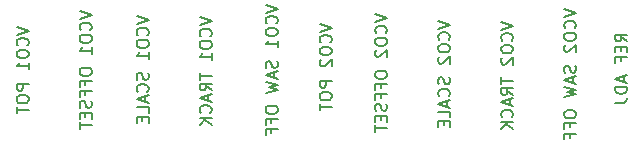
<source format=gbo>
G04 #@! TF.GenerationSoftware,KiCad,Pcbnew,(5.0.1)-3*
G04 #@! TF.CreationDate,2018-11-05T11:47:56-08:00*
G04 #@! TF.ProjectId,100-1059D_Cheezy,3130302D31303539445F436865657A79,rev?*
G04 #@! TF.SameCoordinates,Original*
G04 #@! TF.FileFunction,Legend,Bot*
G04 #@! TF.FilePolarity,Positive*
%FSLAX46Y46*%
G04 Gerber Fmt 4.6, Leading zero omitted, Abs format (unit mm)*
G04 Created by KiCad (PCBNEW (5.0.1)-3) date 11/5/2018 11:47:56 AM*
%MOMM*%
%LPD*%
G01*
G04 APERTURE LIST*
%ADD10C,0.203200*%
%ADD11C,0.190500*%
G04 APERTURE END LIST*
D10*
X124157619Y-81286047D02*
X125173619Y-81624714D01*
X124157619Y-81963380D01*
X125076857Y-82882619D02*
X125125238Y-82834238D01*
X125173619Y-82689095D01*
X125173619Y-82592333D01*
X125125238Y-82447190D01*
X125028476Y-82350428D01*
X124931714Y-82302047D01*
X124738190Y-82253666D01*
X124593047Y-82253666D01*
X124399523Y-82302047D01*
X124302761Y-82350428D01*
X124206000Y-82447190D01*
X124157619Y-82592333D01*
X124157619Y-82689095D01*
X124206000Y-82834238D01*
X124254380Y-82882619D01*
X124157619Y-83511571D02*
X124157619Y-83705095D01*
X124206000Y-83801857D01*
X124302761Y-83898619D01*
X124496285Y-83947000D01*
X124834952Y-83947000D01*
X125028476Y-83898619D01*
X125125238Y-83801857D01*
X125173619Y-83705095D01*
X125173619Y-83511571D01*
X125125238Y-83414809D01*
X125028476Y-83318047D01*
X124834952Y-83269666D01*
X124496285Y-83269666D01*
X124302761Y-83318047D01*
X124206000Y-83414809D01*
X124157619Y-83511571D01*
X125173619Y-84914619D02*
X125173619Y-84334047D01*
X125173619Y-84624333D02*
X124157619Y-84624333D01*
X124302761Y-84527571D01*
X124399523Y-84430809D01*
X124447904Y-84334047D01*
X125173619Y-86124142D02*
X124157619Y-86124142D01*
X124157619Y-86511190D01*
X124206000Y-86607952D01*
X124254380Y-86656333D01*
X124351142Y-86704714D01*
X124496285Y-86704714D01*
X124593047Y-86656333D01*
X124641428Y-86607952D01*
X124689809Y-86511190D01*
X124689809Y-86124142D01*
X124157619Y-87333666D02*
X124157619Y-87527190D01*
X124206000Y-87623952D01*
X124302761Y-87720714D01*
X124496285Y-87769095D01*
X124834952Y-87769095D01*
X125028476Y-87720714D01*
X125125238Y-87623952D01*
X125173619Y-87527190D01*
X125173619Y-87333666D01*
X125125238Y-87236904D01*
X125028476Y-87140142D01*
X124834952Y-87091761D01*
X124496285Y-87091761D01*
X124302761Y-87140142D01*
X124206000Y-87236904D01*
X124157619Y-87333666D01*
X124157619Y-88059380D02*
X124157619Y-88639952D01*
X125173619Y-88349666D02*
X124157619Y-88349666D01*
X175846619Y-82537904D02*
X175362809Y-82199238D01*
X175846619Y-81957333D02*
X174830619Y-81957333D01*
X174830619Y-82344380D01*
X174879000Y-82441142D01*
X174927380Y-82489523D01*
X175024142Y-82537904D01*
X175169285Y-82537904D01*
X175266047Y-82489523D01*
X175314428Y-82441142D01*
X175362809Y-82344380D01*
X175362809Y-81957333D01*
X175314428Y-82973333D02*
X175314428Y-83312000D01*
X175846619Y-83457142D02*
X175846619Y-82973333D01*
X174830619Y-82973333D01*
X174830619Y-83457142D01*
X175314428Y-84231238D02*
X175314428Y-83892571D01*
X175846619Y-83892571D02*
X174830619Y-83892571D01*
X174830619Y-84376380D01*
X175556333Y-85489142D02*
X175556333Y-85972952D01*
X175846619Y-85392380D02*
X174830619Y-85731047D01*
X175846619Y-86069714D01*
X175846619Y-86408380D02*
X174830619Y-86408380D01*
X174830619Y-86650285D01*
X174879000Y-86795428D01*
X174975761Y-86892190D01*
X175072523Y-86940571D01*
X175266047Y-86988952D01*
X175411190Y-86988952D01*
X175604714Y-86940571D01*
X175701476Y-86892190D01*
X175798238Y-86795428D01*
X175846619Y-86650285D01*
X175846619Y-86408380D01*
X174830619Y-87714666D02*
X175556333Y-87714666D01*
X175701476Y-87666285D01*
X175798238Y-87569523D01*
X175846619Y-87424380D01*
X175846619Y-87327619D01*
X170512619Y-79804380D02*
X171528619Y-80143047D01*
X170512619Y-80481714D01*
X171431857Y-81400952D02*
X171480238Y-81352571D01*
X171528619Y-81207428D01*
X171528619Y-81110666D01*
X171480238Y-80965523D01*
X171383476Y-80868761D01*
X171286714Y-80820380D01*
X171093190Y-80772000D01*
X170948047Y-80772000D01*
X170754523Y-80820380D01*
X170657761Y-80868761D01*
X170561000Y-80965523D01*
X170512619Y-81110666D01*
X170512619Y-81207428D01*
X170561000Y-81352571D01*
X170609380Y-81400952D01*
X170512619Y-82029904D02*
X170512619Y-82223428D01*
X170561000Y-82320190D01*
X170657761Y-82416952D01*
X170851285Y-82465333D01*
X171189952Y-82465333D01*
X171383476Y-82416952D01*
X171480238Y-82320190D01*
X171528619Y-82223428D01*
X171528619Y-82029904D01*
X171480238Y-81933142D01*
X171383476Y-81836380D01*
X171189952Y-81788000D01*
X170851285Y-81788000D01*
X170657761Y-81836380D01*
X170561000Y-81933142D01*
X170512619Y-82029904D01*
X170609380Y-82852380D02*
X170561000Y-82900761D01*
X170512619Y-82997523D01*
X170512619Y-83239428D01*
X170561000Y-83336190D01*
X170609380Y-83384571D01*
X170706142Y-83432952D01*
X170802904Y-83432952D01*
X170948047Y-83384571D01*
X171528619Y-82804000D01*
X171528619Y-83432952D01*
X171480238Y-84594095D02*
X171528619Y-84739238D01*
X171528619Y-84981142D01*
X171480238Y-85077904D01*
X171431857Y-85126285D01*
X171335095Y-85174666D01*
X171238333Y-85174666D01*
X171141571Y-85126285D01*
X171093190Y-85077904D01*
X171044809Y-84981142D01*
X170996428Y-84787619D01*
X170948047Y-84690857D01*
X170899666Y-84642476D01*
X170802904Y-84594095D01*
X170706142Y-84594095D01*
X170609380Y-84642476D01*
X170561000Y-84690857D01*
X170512619Y-84787619D01*
X170512619Y-85029523D01*
X170561000Y-85174666D01*
X171238333Y-85561714D02*
X171238333Y-86045523D01*
X171528619Y-85464952D02*
X170512619Y-85803619D01*
X171528619Y-86142285D01*
X170512619Y-86384190D02*
X171528619Y-86626095D01*
X170802904Y-86819619D01*
X171528619Y-87013142D01*
X170512619Y-87255047D01*
X170512619Y-88609714D02*
X170512619Y-88803238D01*
X170561000Y-88900000D01*
X170657761Y-88996761D01*
X170851285Y-89045142D01*
X171189952Y-89045142D01*
X171383476Y-88996761D01*
X171480238Y-88900000D01*
X171528619Y-88803238D01*
X171528619Y-88609714D01*
X171480238Y-88512952D01*
X171383476Y-88416190D01*
X171189952Y-88367809D01*
X170851285Y-88367809D01*
X170657761Y-88416190D01*
X170561000Y-88512952D01*
X170512619Y-88609714D01*
X170996428Y-89819238D02*
X170996428Y-89480571D01*
X171528619Y-89480571D02*
X170512619Y-89480571D01*
X170512619Y-89964380D01*
X170996428Y-90690095D02*
X170996428Y-90351428D01*
X171528619Y-90351428D02*
X170512619Y-90351428D01*
X170512619Y-90835238D01*
X165178619Y-80874809D02*
X166194619Y-81213476D01*
X165178619Y-81552142D01*
X166097857Y-82471380D02*
X166146238Y-82423000D01*
X166194619Y-82277857D01*
X166194619Y-82181095D01*
X166146238Y-82035952D01*
X166049476Y-81939190D01*
X165952714Y-81890809D01*
X165759190Y-81842428D01*
X165614047Y-81842428D01*
X165420523Y-81890809D01*
X165323761Y-81939190D01*
X165227000Y-82035952D01*
X165178619Y-82181095D01*
X165178619Y-82277857D01*
X165227000Y-82423000D01*
X165275380Y-82471380D01*
X165178619Y-83100333D02*
X165178619Y-83293857D01*
X165227000Y-83390619D01*
X165323761Y-83487380D01*
X165517285Y-83535761D01*
X165855952Y-83535761D01*
X166049476Y-83487380D01*
X166146238Y-83390619D01*
X166194619Y-83293857D01*
X166194619Y-83100333D01*
X166146238Y-83003571D01*
X166049476Y-82906809D01*
X165855952Y-82858428D01*
X165517285Y-82858428D01*
X165323761Y-82906809D01*
X165227000Y-83003571D01*
X165178619Y-83100333D01*
X165275380Y-83922809D02*
X165227000Y-83971190D01*
X165178619Y-84067952D01*
X165178619Y-84309857D01*
X165227000Y-84406619D01*
X165275380Y-84455000D01*
X165372142Y-84503380D01*
X165468904Y-84503380D01*
X165614047Y-84455000D01*
X166194619Y-83874428D01*
X166194619Y-84503380D01*
X165178619Y-85567761D02*
X165178619Y-86148333D01*
X166194619Y-85858047D02*
X165178619Y-85858047D01*
X166194619Y-87067571D02*
X165710809Y-86728904D01*
X166194619Y-86487000D02*
X165178619Y-86487000D01*
X165178619Y-86874047D01*
X165227000Y-86970809D01*
X165275380Y-87019190D01*
X165372142Y-87067571D01*
X165517285Y-87067571D01*
X165614047Y-87019190D01*
X165662428Y-86970809D01*
X165710809Y-86874047D01*
X165710809Y-86487000D01*
X165904333Y-87454619D02*
X165904333Y-87938428D01*
X166194619Y-87357857D02*
X165178619Y-87696523D01*
X166194619Y-88035190D01*
X166097857Y-88954428D02*
X166146238Y-88906047D01*
X166194619Y-88760904D01*
X166194619Y-88664142D01*
X166146238Y-88519000D01*
X166049476Y-88422238D01*
X165952714Y-88373857D01*
X165759190Y-88325476D01*
X165614047Y-88325476D01*
X165420523Y-88373857D01*
X165323761Y-88422238D01*
X165227000Y-88519000D01*
X165178619Y-88664142D01*
X165178619Y-88760904D01*
X165227000Y-88906047D01*
X165275380Y-88954428D01*
X166194619Y-89389857D02*
X165178619Y-89389857D01*
X166194619Y-89970428D02*
X165614047Y-89535000D01*
X165178619Y-89970428D02*
X165759190Y-89389857D01*
X159844619Y-80796190D02*
X160860619Y-81134857D01*
X159844619Y-81473523D01*
X160763857Y-82392761D02*
X160812238Y-82344380D01*
X160860619Y-82199238D01*
X160860619Y-82102476D01*
X160812238Y-81957333D01*
X160715476Y-81860571D01*
X160618714Y-81812190D01*
X160425190Y-81763809D01*
X160280047Y-81763809D01*
X160086523Y-81812190D01*
X159989761Y-81860571D01*
X159893000Y-81957333D01*
X159844619Y-82102476D01*
X159844619Y-82199238D01*
X159893000Y-82344380D01*
X159941380Y-82392761D01*
X159844619Y-83021714D02*
X159844619Y-83215238D01*
X159893000Y-83312000D01*
X159989761Y-83408761D01*
X160183285Y-83457142D01*
X160521952Y-83457142D01*
X160715476Y-83408761D01*
X160812238Y-83312000D01*
X160860619Y-83215238D01*
X160860619Y-83021714D01*
X160812238Y-82924952D01*
X160715476Y-82828190D01*
X160521952Y-82779809D01*
X160183285Y-82779809D01*
X159989761Y-82828190D01*
X159893000Y-82924952D01*
X159844619Y-83021714D01*
X159941380Y-83844190D02*
X159893000Y-83892571D01*
X159844619Y-83989333D01*
X159844619Y-84231238D01*
X159893000Y-84328000D01*
X159941380Y-84376380D01*
X160038142Y-84424761D01*
X160134904Y-84424761D01*
X160280047Y-84376380D01*
X160860619Y-83795809D01*
X160860619Y-84424761D01*
X160812238Y-85585904D02*
X160860619Y-85731047D01*
X160860619Y-85972952D01*
X160812238Y-86069714D01*
X160763857Y-86118095D01*
X160667095Y-86166476D01*
X160570333Y-86166476D01*
X160473571Y-86118095D01*
X160425190Y-86069714D01*
X160376809Y-85972952D01*
X160328428Y-85779428D01*
X160280047Y-85682666D01*
X160231666Y-85634285D01*
X160134904Y-85585904D01*
X160038142Y-85585904D01*
X159941380Y-85634285D01*
X159893000Y-85682666D01*
X159844619Y-85779428D01*
X159844619Y-86021333D01*
X159893000Y-86166476D01*
X160763857Y-87182476D02*
X160812238Y-87134095D01*
X160860619Y-86988952D01*
X160860619Y-86892190D01*
X160812238Y-86747047D01*
X160715476Y-86650285D01*
X160618714Y-86601904D01*
X160425190Y-86553523D01*
X160280047Y-86553523D01*
X160086523Y-86601904D01*
X159989761Y-86650285D01*
X159893000Y-86747047D01*
X159844619Y-86892190D01*
X159844619Y-86988952D01*
X159893000Y-87134095D01*
X159941380Y-87182476D01*
X160570333Y-87569523D02*
X160570333Y-88053333D01*
X160860619Y-87472761D02*
X159844619Y-87811428D01*
X160860619Y-88150095D01*
X160860619Y-88972571D02*
X160860619Y-88488761D01*
X159844619Y-88488761D01*
X160328428Y-89311238D02*
X160328428Y-89649904D01*
X160860619Y-89795047D02*
X160860619Y-89311238D01*
X159844619Y-89311238D01*
X159844619Y-89795047D01*
X154510619Y-80233761D02*
X155526619Y-80572428D01*
X154510619Y-80911095D01*
X155429857Y-81830333D02*
X155478238Y-81781952D01*
X155526619Y-81636809D01*
X155526619Y-81540047D01*
X155478238Y-81394904D01*
X155381476Y-81298142D01*
X155284714Y-81249761D01*
X155091190Y-81201380D01*
X154946047Y-81201380D01*
X154752523Y-81249761D01*
X154655761Y-81298142D01*
X154559000Y-81394904D01*
X154510619Y-81540047D01*
X154510619Y-81636809D01*
X154559000Y-81781952D01*
X154607380Y-81830333D01*
X154510619Y-82459285D02*
X154510619Y-82652809D01*
X154559000Y-82749571D01*
X154655761Y-82846333D01*
X154849285Y-82894714D01*
X155187952Y-82894714D01*
X155381476Y-82846333D01*
X155478238Y-82749571D01*
X155526619Y-82652809D01*
X155526619Y-82459285D01*
X155478238Y-82362523D01*
X155381476Y-82265761D01*
X155187952Y-82217380D01*
X154849285Y-82217380D01*
X154655761Y-82265761D01*
X154559000Y-82362523D01*
X154510619Y-82459285D01*
X154607380Y-83281761D02*
X154559000Y-83330142D01*
X154510619Y-83426904D01*
X154510619Y-83668809D01*
X154559000Y-83765571D01*
X154607380Y-83813952D01*
X154704142Y-83862333D01*
X154800904Y-83862333D01*
X154946047Y-83813952D01*
X155526619Y-83233380D01*
X155526619Y-83862333D01*
X154510619Y-85265380D02*
X154510619Y-85458904D01*
X154559000Y-85555666D01*
X154655761Y-85652428D01*
X154849285Y-85700809D01*
X155187952Y-85700809D01*
X155381476Y-85652428D01*
X155478238Y-85555666D01*
X155526619Y-85458904D01*
X155526619Y-85265380D01*
X155478238Y-85168619D01*
X155381476Y-85071857D01*
X155187952Y-85023476D01*
X154849285Y-85023476D01*
X154655761Y-85071857D01*
X154559000Y-85168619D01*
X154510619Y-85265380D01*
X154994428Y-86474904D02*
X154994428Y-86136238D01*
X155526619Y-86136238D02*
X154510619Y-86136238D01*
X154510619Y-86620047D01*
X154994428Y-87345761D02*
X154994428Y-87007095D01*
X155526619Y-87007095D02*
X154510619Y-87007095D01*
X154510619Y-87490904D01*
X155478238Y-87829571D02*
X155526619Y-87974714D01*
X155526619Y-88216619D01*
X155478238Y-88313380D01*
X155429857Y-88361761D01*
X155333095Y-88410142D01*
X155236333Y-88410142D01*
X155139571Y-88361761D01*
X155091190Y-88313380D01*
X155042809Y-88216619D01*
X154994428Y-88023095D01*
X154946047Y-87926333D01*
X154897666Y-87877952D01*
X154800904Y-87829571D01*
X154704142Y-87829571D01*
X154607380Y-87877952D01*
X154559000Y-87926333D01*
X154510619Y-88023095D01*
X154510619Y-88265000D01*
X154559000Y-88410142D01*
X154994428Y-88845571D02*
X154994428Y-89184238D01*
X155526619Y-89329380D02*
X155526619Y-88845571D01*
X154510619Y-88845571D01*
X154510619Y-89329380D01*
X154510619Y-89619666D02*
X154510619Y-90200238D01*
X155526619Y-89909952D02*
X154510619Y-89909952D01*
X149811619Y-81032047D02*
X150827619Y-81370714D01*
X149811619Y-81709380D01*
X150730857Y-82628619D02*
X150779238Y-82580238D01*
X150827619Y-82435095D01*
X150827619Y-82338333D01*
X150779238Y-82193190D01*
X150682476Y-82096428D01*
X150585714Y-82048047D01*
X150392190Y-81999666D01*
X150247047Y-81999666D01*
X150053523Y-82048047D01*
X149956761Y-82096428D01*
X149860000Y-82193190D01*
X149811619Y-82338333D01*
X149811619Y-82435095D01*
X149860000Y-82580238D01*
X149908380Y-82628619D01*
X149811619Y-83257571D02*
X149811619Y-83451095D01*
X149860000Y-83547857D01*
X149956761Y-83644619D01*
X150150285Y-83693000D01*
X150488952Y-83693000D01*
X150682476Y-83644619D01*
X150779238Y-83547857D01*
X150827619Y-83451095D01*
X150827619Y-83257571D01*
X150779238Y-83160809D01*
X150682476Y-83064047D01*
X150488952Y-83015666D01*
X150150285Y-83015666D01*
X149956761Y-83064047D01*
X149860000Y-83160809D01*
X149811619Y-83257571D01*
X149908380Y-84080047D02*
X149860000Y-84128428D01*
X149811619Y-84225190D01*
X149811619Y-84467095D01*
X149860000Y-84563857D01*
X149908380Y-84612238D01*
X150005142Y-84660619D01*
X150101904Y-84660619D01*
X150247047Y-84612238D01*
X150827619Y-84031666D01*
X150827619Y-84660619D01*
X150827619Y-85870142D02*
X149811619Y-85870142D01*
X149811619Y-86257190D01*
X149860000Y-86353952D01*
X149908380Y-86402333D01*
X150005142Y-86450714D01*
X150150285Y-86450714D01*
X150247047Y-86402333D01*
X150295428Y-86353952D01*
X150343809Y-86257190D01*
X150343809Y-85870142D01*
X149811619Y-87079666D02*
X149811619Y-87273190D01*
X149860000Y-87369952D01*
X149956761Y-87466714D01*
X150150285Y-87515095D01*
X150488952Y-87515095D01*
X150682476Y-87466714D01*
X150779238Y-87369952D01*
X150827619Y-87273190D01*
X150827619Y-87079666D01*
X150779238Y-86982904D01*
X150682476Y-86886142D01*
X150488952Y-86837761D01*
X150150285Y-86837761D01*
X149956761Y-86886142D01*
X149860000Y-86982904D01*
X149811619Y-87079666D01*
X149811619Y-87805380D02*
X149811619Y-88385952D01*
X150827619Y-88095666D02*
X149811619Y-88095666D01*
X145239619Y-79423380D02*
X146255619Y-79762047D01*
X145239619Y-80100714D01*
X146158857Y-81019952D02*
X146207238Y-80971571D01*
X146255619Y-80826428D01*
X146255619Y-80729666D01*
X146207238Y-80584523D01*
X146110476Y-80487761D01*
X146013714Y-80439380D01*
X145820190Y-80391000D01*
X145675047Y-80391000D01*
X145481523Y-80439380D01*
X145384761Y-80487761D01*
X145288000Y-80584523D01*
X145239619Y-80729666D01*
X145239619Y-80826428D01*
X145288000Y-80971571D01*
X145336380Y-81019952D01*
X145239619Y-81648904D02*
X145239619Y-81842428D01*
X145288000Y-81939190D01*
X145384761Y-82035952D01*
X145578285Y-82084333D01*
X145916952Y-82084333D01*
X146110476Y-82035952D01*
X146207238Y-81939190D01*
X146255619Y-81842428D01*
X146255619Y-81648904D01*
X146207238Y-81552142D01*
X146110476Y-81455380D01*
X145916952Y-81407000D01*
X145578285Y-81407000D01*
X145384761Y-81455380D01*
X145288000Y-81552142D01*
X145239619Y-81648904D01*
X146255619Y-83051952D02*
X146255619Y-82471380D01*
X146255619Y-82761666D02*
X145239619Y-82761666D01*
X145384761Y-82664904D01*
X145481523Y-82568142D01*
X145529904Y-82471380D01*
X146207238Y-84213095D02*
X146255619Y-84358238D01*
X146255619Y-84600142D01*
X146207238Y-84696904D01*
X146158857Y-84745285D01*
X146062095Y-84793666D01*
X145965333Y-84793666D01*
X145868571Y-84745285D01*
X145820190Y-84696904D01*
X145771809Y-84600142D01*
X145723428Y-84406619D01*
X145675047Y-84309857D01*
X145626666Y-84261476D01*
X145529904Y-84213095D01*
X145433142Y-84213095D01*
X145336380Y-84261476D01*
X145288000Y-84309857D01*
X145239619Y-84406619D01*
X145239619Y-84648523D01*
X145288000Y-84793666D01*
X145965333Y-85180714D02*
X145965333Y-85664523D01*
X146255619Y-85083952D02*
X145239619Y-85422619D01*
X146255619Y-85761285D01*
X145239619Y-86003190D02*
X146255619Y-86245095D01*
X145529904Y-86438619D01*
X146255619Y-86632142D01*
X145239619Y-86874047D01*
X145239619Y-88228714D02*
X145239619Y-88422238D01*
X145288000Y-88519000D01*
X145384761Y-88615761D01*
X145578285Y-88664142D01*
X145916952Y-88664142D01*
X146110476Y-88615761D01*
X146207238Y-88519000D01*
X146255619Y-88422238D01*
X146255619Y-88228714D01*
X146207238Y-88131952D01*
X146110476Y-88035190D01*
X145916952Y-87986809D01*
X145578285Y-87986809D01*
X145384761Y-88035190D01*
X145288000Y-88131952D01*
X145239619Y-88228714D01*
X145723428Y-89438238D02*
X145723428Y-89099571D01*
X146255619Y-89099571D02*
X145239619Y-89099571D01*
X145239619Y-89583380D01*
X145723428Y-90309095D02*
X145723428Y-89970428D01*
X146255619Y-89970428D02*
X145239619Y-89970428D01*
X145239619Y-90454238D01*
X139651619Y-80493809D02*
X140667619Y-80832476D01*
X139651619Y-81171142D01*
X140570857Y-82090380D02*
X140619238Y-82042000D01*
X140667619Y-81896857D01*
X140667619Y-81800095D01*
X140619238Y-81654952D01*
X140522476Y-81558190D01*
X140425714Y-81509809D01*
X140232190Y-81461428D01*
X140087047Y-81461428D01*
X139893523Y-81509809D01*
X139796761Y-81558190D01*
X139700000Y-81654952D01*
X139651619Y-81800095D01*
X139651619Y-81896857D01*
X139700000Y-82042000D01*
X139748380Y-82090380D01*
X139651619Y-82719333D02*
X139651619Y-82912857D01*
X139700000Y-83009619D01*
X139796761Y-83106380D01*
X139990285Y-83154761D01*
X140328952Y-83154761D01*
X140522476Y-83106380D01*
X140619238Y-83009619D01*
X140667619Y-82912857D01*
X140667619Y-82719333D01*
X140619238Y-82622571D01*
X140522476Y-82525809D01*
X140328952Y-82477428D01*
X139990285Y-82477428D01*
X139796761Y-82525809D01*
X139700000Y-82622571D01*
X139651619Y-82719333D01*
X140667619Y-84122380D02*
X140667619Y-83541809D01*
X140667619Y-83832095D02*
X139651619Y-83832095D01*
X139796761Y-83735333D01*
X139893523Y-83638571D01*
X139941904Y-83541809D01*
X139651619Y-85186761D02*
X139651619Y-85767333D01*
X140667619Y-85477047D02*
X139651619Y-85477047D01*
X140667619Y-86686571D02*
X140183809Y-86347904D01*
X140667619Y-86106000D02*
X139651619Y-86106000D01*
X139651619Y-86493047D01*
X139700000Y-86589809D01*
X139748380Y-86638190D01*
X139845142Y-86686571D01*
X139990285Y-86686571D01*
X140087047Y-86638190D01*
X140135428Y-86589809D01*
X140183809Y-86493047D01*
X140183809Y-86106000D01*
X140377333Y-87073619D02*
X140377333Y-87557428D01*
X140667619Y-86976857D02*
X139651619Y-87315523D01*
X140667619Y-87654190D01*
X140570857Y-88573428D02*
X140619238Y-88525047D01*
X140667619Y-88379904D01*
X140667619Y-88283142D01*
X140619238Y-88138000D01*
X140522476Y-88041238D01*
X140425714Y-87992857D01*
X140232190Y-87944476D01*
X140087047Y-87944476D01*
X139893523Y-87992857D01*
X139796761Y-88041238D01*
X139700000Y-88138000D01*
X139651619Y-88283142D01*
X139651619Y-88379904D01*
X139700000Y-88525047D01*
X139748380Y-88573428D01*
X140667619Y-89008857D02*
X139651619Y-89008857D01*
X140667619Y-89589428D02*
X140087047Y-89154000D01*
X139651619Y-89589428D02*
X140232190Y-89008857D01*
X134317619Y-80415190D02*
X135333619Y-80753857D01*
X134317619Y-81092523D01*
X135236857Y-82011761D02*
X135285238Y-81963380D01*
X135333619Y-81818238D01*
X135333619Y-81721476D01*
X135285238Y-81576333D01*
X135188476Y-81479571D01*
X135091714Y-81431190D01*
X134898190Y-81382809D01*
X134753047Y-81382809D01*
X134559523Y-81431190D01*
X134462761Y-81479571D01*
X134366000Y-81576333D01*
X134317619Y-81721476D01*
X134317619Y-81818238D01*
X134366000Y-81963380D01*
X134414380Y-82011761D01*
X134317619Y-82640714D02*
X134317619Y-82834238D01*
X134366000Y-82931000D01*
X134462761Y-83027761D01*
X134656285Y-83076142D01*
X134994952Y-83076142D01*
X135188476Y-83027761D01*
X135285238Y-82931000D01*
X135333619Y-82834238D01*
X135333619Y-82640714D01*
X135285238Y-82543952D01*
X135188476Y-82447190D01*
X134994952Y-82398809D01*
X134656285Y-82398809D01*
X134462761Y-82447190D01*
X134366000Y-82543952D01*
X134317619Y-82640714D01*
X135333619Y-84043761D02*
X135333619Y-83463190D01*
X135333619Y-83753476D02*
X134317619Y-83753476D01*
X134462761Y-83656714D01*
X134559523Y-83559952D01*
X134607904Y-83463190D01*
X135285238Y-85204904D02*
X135333619Y-85350047D01*
X135333619Y-85591952D01*
X135285238Y-85688714D01*
X135236857Y-85737095D01*
X135140095Y-85785476D01*
X135043333Y-85785476D01*
X134946571Y-85737095D01*
X134898190Y-85688714D01*
X134849809Y-85591952D01*
X134801428Y-85398428D01*
X134753047Y-85301666D01*
X134704666Y-85253285D01*
X134607904Y-85204904D01*
X134511142Y-85204904D01*
X134414380Y-85253285D01*
X134366000Y-85301666D01*
X134317619Y-85398428D01*
X134317619Y-85640333D01*
X134366000Y-85785476D01*
X135236857Y-86801476D02*
X135285238Y-86753095D01*
X135333619Y-86607952D01*
X135333619Y-86511190D01*
X135285238Y-86366047D01*
X135188476Y-86269285D01*
X135091714Y-86220904D01*
X134898190Y-86172523D01*
X134753047Y-86172523D01*
X134559523Y-86220904D01*
X134462761Y-86269285D01*
X134366000Y-86366047D01*
X134317619Y-86511190D01*
X134317619Y-86607952D01*
X134366000Y-86753095D01*
X134414380Y-86801476D01*
X135043333Y-87188523D02*
X135043333Y-87672333D01*
X135333619Y-87091761D02*
X134317619Y-87430428D01*
X135333619Y-87769095D01*
X135333619Y-88591571D02*
X135333619Y-88107761D01*
X134317619Y-88107761D01*
X134801428Y-88930238D02*
X134801428Y-89268904D01*
X135333619Y-89414047D02*
X135333619Y-88930238D01*
X134317619Y-88930238D01*
X134317619Y-89414047D01*
D11*
X129491619Y-79979761D02*
X130507619Y-80318428D01*
X129491619Y-80657095D01*
X130410857Y-81576333D02*
X130459238Y-81527952D01*
X130507619Y-81382809D01*
X130507619Y-81286047D01*
X130459238Y-81140904D01*
X130362476Y-81044142D01*
X130265714Y-80995761D01*
X130072190Y-80947380D01*
X129927047Y-80947380D01*
X129733523Y-80995761D01*
X129636761Y-81044142D01*
X129540000Y-81140904D01*
X129491619Y-81286047D01*
X129491619Y-81382809D01*
X129540000Y-81527952D01*
X129588380Y-81576333D01*
X129491619Y-82205285D02*
X129491619Y-82398809D01*
X129540000Y-82495571D01*
X129636761Y-82592333D01*
X129830285Y-82640714D01*
X130168952Y-82640714D01*
X130362476Y-82592333D01*
X130459238Y-82495571D01*
X130507619Y-82398809D01*
X130507619Y-82205285D01*
X130459238Y-82108523D01*
X130362476Y-82011761D01*
X130168952Y-81963380D01*
X129830285Y-81963380D01*
X129636761Y-82011761D01*
X129540000Y-82108523D01*
X129491619Y-82205285D01*
X130507619Y-83608333D02*
X130507619Y-83027761D01*
X130507619Y-83318047D02*
X129491619Y-83318047D01*
X129636761Y-83221285D01*
X129733523Y-83124523D01*
X129781904Y-83027761D01*
X129491619Y-85011380D02*
X129491619Y-85204904D01*
X129540000Y-85301666D01*
X129636761Y-85398428D01*
X129830285Y-85446809D01*
X130168952Y-85446809D01*
X130362476Y-85398428D01*
X130459238Y-85301666D01*
X130507619Y-85204904D01*
X130507619Y-85011380D01*
X130459238Y-84914619D01*
X130362476Y-84817857D01*
X130168952Y-84769476D01*
X129830285Y-84769476D01*
X129636761Y-84817857D01*
X129540000Y-84914619D01*
X129491619Y-85011380D01*
X129975428Y-86220904D02*
X129975428Y-85882238D01*
X130507619Y-85882238D02*
X129491619Y-85882238D01*
X129491619Y-86366047D01*
X129975428Y-87091761D02*
X129975428Y-86753095D01*
X130507619Y-86753095D02*
X129491619Y-86753095D01*
X129491619Y-87236904D01*
X130459238Y-87575571D02*
X130507619Y-87720714D01*
X130507619Y-87962619D01*
X130459238Y-88059380D01*
X130410857Y-88107761D01*
X130314095Y-88156142D01*
X130217333Y-88156142D01*
X130120571Y-88107761D01*
X130072190Y-88059380D01*
X130023809Y-87962619D01*
X129975428Y-87769095D01*
X129927047Y-87672333D01*
X129878666Y-87623952D01*
X129781904Y-87575571D01*
X129685142Y-87575571D01*
X129588380Y-87623952D01*
X129540000Y-87672333D01*
X129491619Y-87769095D01*
X129491619Y-88011000D01*
X129540000Y-88156142D01*
X129975428Y-88591571D02*
X129975428Y-88930238D01*
X130507619Y-89075380D02*
X130507619Y-88591571D01*
X129491619Y-88591571D01*
X129491619Y-89075380D01*
X129491619Y-89365666D02*
X129491619Y-89946238D01*
X130507619Y-89655952D02*
X129491619Y-89655952D01*
M02*

</source>
